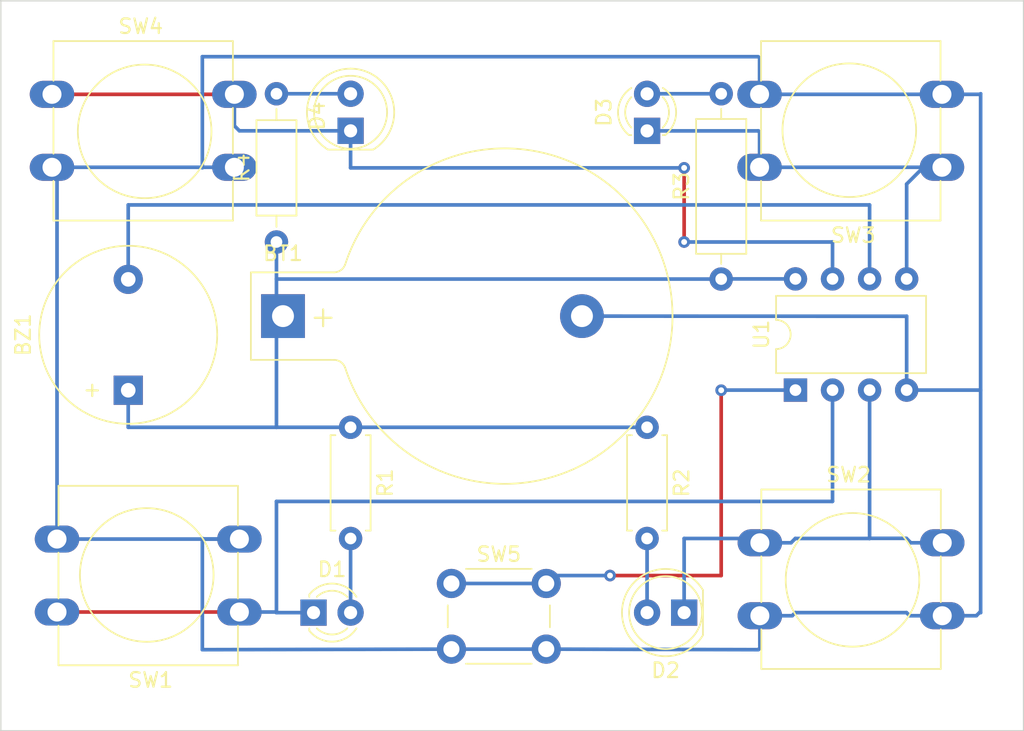
<source format=kicad_pcb>
(kicad_pcb (version 20211014) (generator pcbnew)
  (layers (0 "F.Cu" signal) (31 "B.Cu" signal) (34 "B.Paste" user) (35 "F.Paste" user) (36 "B.SilkS" user "B.Silkscreen") (37 "F.SilkS" user "F.Silkscreen") (38 "B.Mask" user) (39 "F.Mask" user) (44 "Edge.Cuts" user))
  (net 0 "")
  (net 1 "+3V0")
  (net 2 "GND")
  (net 3 "BUZZER")
  (net 4 "PB3")
  (net 5 "Net-(D1-Pad2)")
  (net 6 "PB4")
  (net 7 "Net-(D2-Pad2)")
  (net 8 "PB0")
  (net 9 "Net-(D3-Pad2)")
  (net 10 "PB2")
  (net 11 "Net-(D4-Pad2)")
  (net 12 "Net-(SW5-Pad1)")
  (footprint "LED_THT:LED_D5.0mm" (layer "F.Cu") (at 149.86 109.22 180)
    (fp_text reference "D2" (at 1.27 -3.96) (layer "F.SilkS"))
    (fp_text value "LED")
    (fp_line (start -1.29 -1.545) (end -1.29 1.545) (layer "F.SilkS") (width 0.12))
    (fp_arc (start 4.26 -0.000462) (mid 2.072002 2.880433) (end -1.29 1.54483) (layer "F.SilkS") (width 0.12))
    (fp_arc (start -1.29 -1.54483) (mid 2.072002 -2.880433) (end 4.26 0.000462) (layer "F.SilkS") (width 0.12))
    (fp_circle (center 1.27 0) (end 3.77 0) (layer "F.SilkS") (width 0.12) (fill none))
    (pad "1" thru_hole rect (at 0 0 180) (size 1.8 1.8) (drill 0.9) (layers *.Cu *.Mask) (net 6 "PB4"))
    (pad "2" thru_hole circle (at 2.54 0 180) (size 1.8 1.8) (drill 0.9) (layers *.Cu *.Mask) (net 7 "Net-(D2-Pad2)"))
  )
  (footprint "LED_THT:LED_D5.0mm" (layer "F.Cu") (at 127 76.2 90)
    (fp_text reference "D4" (at 1.016 -2.286 270) (layer "F.SilkS"))
    (fp_text value "LED")
    (fp_line (start -1.29 -1.545) (end -1.29 1.545) (layer "F.SilkS") (width 0.12))
    (fp_arc (start 4.26 -0.000462) (mid 2.072002 2.880433) (end -1.29 1.54483) (layer "F.SilkS") (width 0.12))
    (fp_arc (start -1.29 -1.54483) (mid 2.072002 -2.880433) (end 4.26 0.000462) (layer "F.SilkS") (width 0.12))
    (fp_circle (center 1.27 0) (end 3.77 0) (layer "F.SilkS") (width 0.12) (fill none))
    (pad "1" thru_hole rect (at 0 0 90) (size 1.8 1.8) (drill 0.9) (layers *.Cu *.Mask) (net 10 "PB2"))
    (pad "2" thru_hole circle (at 2.54 0 90) (size 1.8 1.8) (drill 0.9) (layers *.Cu *.Mask) (net 11 "Net-(D4-Pad2)"))
  )
  (footprint "Button_Switch_THT:SW_PUSH-12mm" (layer "F.Cu") (at 167.53 78.7 180)
    (fp_text reference "SW3" (at 6.08 -4.66) (layer "F.SilkS"))
    (fp_text value "SW_Push")
    (fp_line (start 0.1 4.07) (end 0.1 0.93) (layer "F.SilkS") (width 0.12))
    (fp_line (start 12.4 0.93) (end 12.4 4.07) (layer "F.SilkS") (width 0.12))
    (fp_line (start 0.1 8.65) (end 0.1 5.93) (layer "F.SilkS") (width 0.12))
    (fp_line (start 0.1 -3.65) (end 12.4 -3.65) (layer "F.SilkS") (width 0.12))
    (fp_line (start 0.1 -0.93) (end 0.1 -3.65) (layer "F.SilkS") (width 0.12))
    (fp_line (start 12.4 8.65) (end 0.1 8.65) (layer "F.SilkS") (width 0.12))
    (fp_line (start 12.4 -3.65) (end 12.4 -0.93) (layer "F.SilkS") (width 0.12))
    (fp_line (start 12.4 5.93) (end 12.4 8.65) (layer "F.SilkS") (width 0.12))
    (fp_circle (center 6.35 2.54) (end 10.16 5.08) (layer "F.SilkS") (width 0.12) (fill none))
    (pad "1" thru_hole oval (at 0 0 180) (size 3.048 1.85) (drill 1.3) (layers *.Cu *.Mask) (net 8 "PB0"))
    (pad "1" thru_hole oval (at 12.5 0 180) (size 3.048 1.85) (drill 1.3) (layers *.Cu *.Mask) (net 8 "PB0"))
    (pad "2" thru_hole oval (at 0 5 180) (size 3.048 1.85) (drill 1.3) (layers *.Cu *.Mask) (net 2 "GND"))
    (pad "2" thru_hole oval (at 12.5 5 180) (size 3.048 1.85) (drill 1.3) (layers *.Cu *.Mask) (net 2 "GND"))
  )
  (footprint "Resistor_THT:R_Axial_DIN0207_L6.3mm_D2.5mm_P7.62mm_Horizontal" (layer "F.Cu") (at 147.32 96.52 -90)
    (fp_text reference "R2" (at 3.81 -2.37 90) (layer "F.SilkS"))
    (fp_text value "2K")
    (fp_line (start 7.08 1.37) (end 7.08 1.04) (layer "F.SilkS") (width 0.12))
    (fp_line (start 7.08 -1.37) (end 7.08 -1.04) (layer "F.SilkS") (width 0.12))
    (fp_line (start 0.54 1.37) (end 7.08 1.37) (layer "F.SilkS") (width 0.12))
    (fp_line (start 0.54 -1.37) (end 7.08 -1.37) (layer "F.SilkS") (width 0.12))
    (fp_line (start 0.54 -1.04) (end 0.54 -1.37) (layer "F.SilkS") (width 0.12))
    (fp_line (start 0.54 1.04) (end 0.54 1.37) (layer "F.SilkS") (width 0.12))
    (pad "1" thru_hole circle (at 0 0 270) (size 1.6 1.6) (drill 0.8) (layers *.Cu *.Mask) (net 1 "+3V0"))
    (pad "2" thru_hole oval (at 7.62 0 270) (size 1.6 1.6) (drill 0.8) (layers *.Cu *.Mask) (net 7 "Net-(D2-Pad2)"))
  )
  (footprint "Buzzer_Beeper:Buzzer_12x9.5RM7.6" (layer "F.Cu") (at 111.76 93.98 90)
    (fp_text reference "BZ1" (at 3.8 -7.2 90) (layer "F.SilkS"))
    (fp_text value "Buzzer")
    (fp_text user "+" (at -0.01 -2.54 90) (layer "F.SilkS"))
    (fp_circle (center 3.8 0) (end 9.9 0) (layer "F.SilkS") (width 0.12) (fill none))
    (pad "1" thru_hole rect (at 0 0 90) (size 2 2) (drill 1) (layers *.Cu *.Mask) (net 1 "+3V0"))
    (pad "2" thru_hole circle (at 7.6 0 90) (size 2 2) (drill 1) (layers *.Cu *.Mask) (net 3 "BUZZER"))
  )
  (footprint "Battery:BatteryHolder_Keystone_103_1x20mm" (layer "F.Cu") (at 122.367584 88.9)
    (fp_text reference "BT1" (at 0 -4.3) (layer "F.SilkS"))
    (fp_text value "Battery_Cell")
    (fp_text user "+" (at 2.75 0) (layer "F.SilkS") (effects (font (size 1.5 1.5))))
    (fp_line (start -2.2 3) (end -2.2 -3) (layer "F.SilkS") (width 0.12))
    (fp_line (start -2.2 -3) (end 3.5 -3) (layer "F.SilkS") (width 0.12))
    (fp_line (start -2.2 3) (end 3.5 3) (layer "F.SilkS") (width 0.12))
    (fp_arc (start 3.5 3) (mid 3.958861 3.144678) (end 4.251754 3.526384) (layer "F.SilkS") (width 0.12))
    (fp_arc (start 4.25 -3.5) (mid 16.993514 -11.35499) (end 26.695671 0.045281) (layer "F.SilkS") (width 0.12))
    (fp_arc (start 4.251754 -3.526384) (mid 3.958861 -3.144678) (end 3.5 -3) (layer "F.SilkS") (width 0.12))
    (fp_arc (start 26.695671 -0.045281) (mid 16.993514 11.35499) (end 4.25 3.5) (layer "F.SilkS") (width 0.12))
    (pad "1" thru_hole rect (at 0 0) (size 3 3) (drill 1.5) (layers *.Cu *.Mask) (net 1 "+3V0"))
    (pad "2" thru_hole circle (at 20.49 0) (size 3 3) (drill 1.5) (layers *.Cu *.Mask) (net 2 "GND"))
  )
  (footprint "Button_Switch_THT:SW_PUSH-12mm" (layer "F.Cu") (at 119.38 109.18 180)
    (fp_text reference "SW1" (at 6.08 -4.66) (layer "F.SilkS"))
    (fp_text value "SW_Push")
    (fp_line (start 12.4 8.65) (end 0.1 8.65) (layer "F.SilkS") (width 0.12))
    (fp_line (start 0.1 -3.65) (end 12.4 -3.65) (layer "F.SilkS") (width 0.12))
    (fp_line (start 12.4 5.93) (end 12.4 8.65) (layer "F.SilkS") (width 0.12))
    (fp_line (start 12.4 0.93) (end 12.4 4.07) (layer "F.SilkS") (width 0.12))
    (fp_line (start 0.1 -0.93) (end 0.1 -3.65) (layer "F.SilkS") (width 0.12))
    (fp_line (start 0.1 4.07) (end 0.1 0.93) (layer "F.SilkS") (width 0.12))
    (fp_line (start 0.1 8.65) (end 0.1 5.93) (layer "F.SilkS") (width 0.12))
    (fp_line (start 12.4 -3.65) (end 12.4 -0.93) (layer "F.SilkS") (width 0.12))
    (fp_circle (center 6.35 2.54) (end 10.16 5.08) (layer "F.SilkS") (width 0.12) (fill none))
    (pad "1" thru_hole oval (at 12.5 0 180) (size 3.048 1.85) (drill 1.3) (layers *.Cu *.Mask) (net 4 "PB3"))
    (pad "1" thru_hole oval (at 0 0 180) (size 3.048 1.85) (drill 1.3) (layers *.Cu *.Mask) (net 4 "PB3"))
    (pad "2" thru_hole oval (at 0 5 180) (size 3.048 1.85) (drill 1.3) (layers *.Cu *.Mask) (net 2 "GND"))
    (pad "2" thru_hole oval (at 12.5 5 180) (size 3.048 1.85) (drill 1.3) (layers *.Cu *.Mask) (net 2 "GND"))
  )
  (footprint "Package_DIP:DIP-8_W7.62mm" (layer "F.Cu") (at 157.49 93.97 90)
    (fp_text reference "U1" (at 3.81 -2.33 90) (layer "F.SilkS"))
    (fp_text value "ATtiny13A-P")
    (fp_line (start 2.81 -1.33) (end 1.16 -1.33) (layer "F.SilkS") (width 0.12))
    (fp_line (start 1.16 -1.33) (end 1.16 8.95) (layer "F.SilkS") (width 0.12))
    (fp_line (start 6.46 8.95) (end 6.46 -1.33) (layer "F.SilkS") (width 0.12))
    (fp_line (start 1.16 8.95) (end 6.46 8.95) (layer "F.SilkS") (width 0.12))
    (fp_line (start 6.46 -1.33) (end 4.81 -1.33) (layer "F.SilkS") (width 0.12))
    (fp_arc (start 4.81 -1.33) (mid 3.81 -0.33) (end 2.81 -1.33) (layer "F.SilkS") (width 0.12))
    (pad "1" thru_hole rect (at 0 0 90) (size 1.6 1.6) (drill 0.8) (layers *.Cu *.Mask) (net 12 "Net-(SW5-Pad1)"))
    (pad "2" thru_hole oval (at 0 2.54 90) (size 1.6 1.6) (drill 0.8) (layers *.Cu *.Mask) (net 4 "PB3"))
    (pad "3" thru_hole oval (at 0 5.08 90) (size 1.6 1.6) (drill 0.8) (layers *.Cu *.Mask) (net 6 "PB4"))
    (pad "4" thru_hole oval (at 0 7.62 90) (size 1.6 1.6) (drill 0.8) (layers *.Cu *.Mask) (net 2 "GND"))
    (pad "5" thru_hole oval (at 7.62 7.62 90) (size 1.6 1.6) (drill 0.8) (layers *.Cu *.Mask) (net 8 "PB0"))
    (pad "6" thru_hole oval (at 7.62 5.08 90) (size 1.6 1.6) (drill 0.8) (layers *.Cu *.Mask) (net 3 "BUZZER"))
    (pad "7" thru_hole oval (at 7.62 2.54 90) (size 1.6 1.6) (drill 0.8) (layers *.Cu *.Mask) (net 10 "PB2"))
    (pad "8" thru_hole oval (at 7.62 0 90) (size 1.6 1.6) (drill 0.8) (layers *.Cu *.Mask) (net 1 "+3V0"))
  )
  (footprint "Button_Switch_THT:SW_PUSH_6mm" (layer "F.Cu") (at 133.91 107.224)
    (fp_text reference "SW5" (at 3.25 -2) (layer "F.SilkS"))
    (fp_text value "SW_Push")
    (fp_line (start 6.75 3) (end 6.75 1.5) (layer "F.SilkS") (width 0.12))
    (fp_line (start 1 5.5) (end 5.5 5.5) (layer "F.SilkS") (width 0.12))
    (fp_line (start -0.25 1.5) (end -0.25 3) (layer "F.SilkS") (width 0.12))
    (fp_line (start 5.5 -1) (end 1 -1) (layer "F.SilkS") (width 0.12))
    (pad "1" thru_hole circle (at 0 0 90) (size 2 2) (drill 1.1) (layers *.Cu *.Mask) (net 12 "Net-(SW5-Pad1)"))
    (pad "1" thru_hole circle (at 6.5 0 90) (size 2 2) (drill 1.1) (layers *.Cu *.Mask) (net 12 "Net-(SW5-Pad1)"))
    (pad "2" thru_hole circle (at 6.5 4.5 90) (size 2 2) (drill 1.1) (layers *.Cu *.Mask) (net 2 "GND"))
    (pad "2" thru_hole circle (at 0 4.5 90) (size 2 2) (drill 1.1) (layers *.Cu *.Mask) (net 2 "GND"))
  )
  (footprint "Button_Switch_THT:SW_PUSH-12mm" (layer "F.Cu") (at 155.05 104.434)
    (fp_text reference "SW2" (at 6.08 -4.66) (layer "F.SilkS"))
    (fp_text value "SW_Push")
    (fp_line (start 12.4 0.93) (end 12.4 4.07) (layer "F.SilkS") (width 0.12))
    (fp_line (start 0.1 -3.65) (end 12.4 -3.65) (layer "F.SilkS") (width 0.12))
    (fp_line (start 12.4 8.65) (end 0.1 8.65) (layer "F.SilkS") (width 0.12))
    (fp_line (start 0.1 8.65) (end 0.1 5.93) (layer "F.SilkS") (width 0.12))
    (fp_line (start 0.1 4.07) (end 0.1 0.93) (layer "F.SilkS") (width 0.12))
    (fp_line (start 0.1 -0.93) (end 0.1 -3.65) (layer "F.SilkS") (width 0.12))
    (fp_line (start 12.4 5.93) (end 12.4 8.65) (layer "F.SilkS") (width 0.12))
    (fp_line (start 12.4 -3.65) (end 12.4 -0.93) (layer "F.SilkS") (width 0.12))
    (fp_circle (center 6.35 2.54) (end 10.16 5.08) (layer "F.SilkS") (width 0.12) (fill none))
    (pad "1" thru_hole oval (at 0 0) (size 3.048 1.85) (drill 1.3) (layers *.Cu *.Mask) (net 6 "PB4"))
    (pad "1" thru_hole oval (at 12.5 0) (size 3.048 1.85) (drill 1.3) (layers *.Cu *.Mask) (net 6 "PB4"))
    (pad "2" thru_hole oval (at 12.5 5) (size 3.048 1.85) (drill 1.3) (layers *.Cu *.Mask) (net 2 "GND"))
    (pad "2" thru_hole oval (at 0 5) (size 3.048 1.85) (drill 1.3) (layers *.Cu *.Mask) (net 2 "GND"))
  )
  (footprint "Button_Switch_THT:SW_PUSH-12mm" (layer "F.Cu") (at 106.536 73.7)
    (fp_text reference "SW4" (at 6.08 -4.66) (layer "F.SilkS"))
    (fp_text value "SW_Push")
    (fp_line (start 12.4 -3.65) (end 12.4 -0.93) (layer "F.SilkS") (width 0.12))
    (fp_line (start 0.1 8.65) (end 0.1 5.93) (layer "F.SilkS") (width 0.12))
    (fp_line (start 0.1 -3.65) (end 12.4 -3.65) (layer "F.SilkS") (width 0.12))
    (fp_line (start 0.1 4.07) (end 0.1 0.93) (layer "F.SilkS") (width 0.12))
    (fp_line (start 12.4 8.65) (end 0.1 8.65) (layer "F.SilkS") (width 0.12))
    (fp_line (start 0.1 -0.93) (end 0.1 -3.65) (layer "F.SilkS") (width 0.12))
    (fp_line (start 12.4 0.93) (end 12.4 4.07) (layer "F.SilkS") (width 0.12))
    (fp_line (start 12.4 5.93) (end 12.4 8.65) (layer "F.SilkS") (width 0.12))
    (fp_circle (center 6.35 2.54) (end 10.16 5.08) (layer "F.SilkS") (width 0.12) (fill none))
    (pad "1" thru_hole oval (at 0 0) (size 3.048 1.85) (drill 1.3) (layers *.Cu *.Mask) (net 10 "PB2"))
    (pad "1" thru_hole oval (at 12.5 0) (size 3.048 1.85) (drill 1.3) (layers *.Cu *.Mask) (net 10 "PB2"))
    (pad "2" thru_hole oval (at 12.5 5) (size 3.048 1.85) (drill 1.3) (layers *.Cu *.Mask) (net 2 "GND"))
    (pad "2" thru_hole oval (at 0 5) (size 3.048 1.85) (drill 1.3) (layers *.Cu *.Mask) (net 2 "GND"))
  )
  (footprint "LED_THT:LED_D3.0mm" (layer "F.Cu") (at 124.46 109.22)
    (fp_text reference "D1" (at 1.27 -2.96) (layer "F.SilkS"))
    (fp_text value "LED")
    (fp_line (start -0.29 -1.236) (end -0.29 -1.08) (layer "F.SilkS") (width 0.12))
    (fp_line (start -0.29 1.08) (end -0.29 1.236) (layer "F.SilkS") (width 0.12))
    (fp_arc (start -0.29 -1.235516) (mid 1.366487 -1.987659) (end 2.942335 -1.078608) (layer "F.SilkS") (width 0.12))
    (fp_arc (start 0.229039 -1.08) (mid 1.270117 -1.5) (end 2.31113 -1.079837) (layer "F.SilkS") (width 0.12))
    (fp_arc (start 2.942335 1.078608) (mid 1.366487 1.987659) (end -0.29 1.235516) (layer "F.SilkS") (width 0.12))
    (fp_arc (start 2.31113 1.079837) (mid 1.270117 1.5) (end 0.229039 1.08) (layer "F.SilkS") (width 0.12))
    (pad "1" thru_hole rect (at 0 0) (size 1.8 1.8) (drill 0.9) (layers *.Cu *.Mask) (net 4 "PB3"))
    (pad "2" thru_hole circle (at 2.54 0) (size 1.8 1.8) (drill 0.9) (layers *.Cu *.Mask) (net 5 "Net-(D1-Pad2)"))
  )
  (footprint "LED_THT:LED_D3.0mm" (layer "F.Cu") (at 147.32 76.205 90)
    (fp_text reference "D3" (at 1.27 -2.96 90) (layer "F.SilkS"))
    (fp_text value "LED")
    (fp_line (start -0.29 1.08) (end -0.29 1.236) (layer "F.SilkS") (width 0.12))
    (fp_line (start -0.29 -1.236) (end -0.29 -1.08) (layer "F.SilkS") (width 0.12))
    (fp_arc (start 0.229039 -1.08) (mid 1.270117 -1.5) (end 2.31113 -1.079837) (layer "F.SilkS") (width 0.12))
    (fp_arc (start 2.31113 1.079837) (mid 1.270117 1.5) (end 0.229039 1.08) (layer "F.SilkS") (width 0.12))
    (fp_arc (start 2.942335 1.078608) (mid 1.366487 1.987659) (end -0.29 1.235516) (layer "F.SilkS") (width 0.12))
    (fp_arc (start -0.29 -1.235516) (mid 1.366487 -1.987659) (end 2.942335 -1.078608) (layer "F.SilkS") (width 0.12))
    (pad "1" thru_hole rect (at 0 0 90) (size 1.8 1.8) (drill 0.9) (layers *.Cu *.Mask) (net 8 "PB0"))
    (pad "2" thru_hole circle (at 2.54 0 90) (size 1.8 1.8) (drill 0.9) (layers *.Cu *.Mask) (net 9 "Net-(D3-Pad2)"))
  )
  (footprint "Resistor_THT:R_Axial_DIN0309_L9.0mm_D3.2mm_P12.70mm_Horizontal" (layer "F.Cu") (at 152.4 86.36 90)
    (fp_text reference "R3" (at 6.35 -2.72 90) (layer "F.SilkS"))
    (fp_text value "330")
    (fp_line (start 1.04 0) (end 1.73 0) (layer "F.SilkS") (width 0.12))
    (fp_line (start 1.73 1.72) (end 10.97 1.72) (layer "F.SilkS") (width 0.12))
    (fp_line (start 1.73 -1.72) (end 1.73 1.72) (layer "F.SilkS") (width 0.12))
    (fp_line (start 10.97 1.72) (end 10.97 -1.72) (layer "F.SilkS") (width 0.12))
    (fp_line (start 10.97 -1.72) (end 1.73 -1.72) (layer "F.SilkS") (width 0.12))
    (fp_line (start 11.66 0) (end 10.97 0) (layer "F.SilkS") (width 0.12))
    (pad "1" thru_hole circle (at 0 0 90) (size 1.6 1.6) (drill 0.8) (layers *.Cu *.Mask) (net 1 "+3V0"))
    (pad "2" thru_hole oval (at 12.7 0 90) (size 1.6 1.6) (drill 0.8) (layers *.Cu *.Mask) (net 9 "Net-(D3-Pad2)"))
  )
  (footprint "Resistor_THT:R_Axial_DIN0207_L6.3mm_D2.5mm_P10.16mm_Horizontal" (layer "F.Cu") (at 121.92 83.82 90)
    (fp_text reference "R4" (at 5.08 -2.37 90) (layer "F.SilkS"))
    (fp_text value "220")
    (fp_line (start 1.81 1.37) (end 8.35 1.37) (layer "F.SilkS") (width 0.12))
    (fp_line (start 8.35 -1.37) (end 1.81 -1.37) (layer "F.SilkS") (width 0.12))
    (fp_line (start 8.35 1.37) (end 8.35 -1.37) (layer "F.SilkS") (width 0.12))
    (fp_line (start 1.04 0) (end 1.81 0) (layer "F.SilkS") (width 0.12))
    (fp_line (start 1.81 -1.37) (end 1.81 1.37) (layer "F.SilkS") (width 0.12))
    (fp_line (start 9.12 0) (end 8.35 0) (layer "F.SilkS") (width 0.12))
    (pad "1" thru_hole circle (at 0 0 90) (size 1.6 1.6) (drill 0.8) (layers *.Cu *.Mask) (net 1 "+3V0"))
    (pad "2" thru_hole oval (at 10.16 0 90) (size 1.6 1.6) (drill 0.8) (layers *.Cu *.Mask) (net 11 "Net-(D4-Pad2)"))
  )
  (footprint "Resistor_THT:R_Axial_DIN0207_L6.3mm_D2.5mm_P7.62mm_Horizontal" (layer "F.Cu") (at 127 96.52 -90)
    (fp_text reference "R1" (at 3.81 -2.37 90) (layer "F.SilkS"))
    (fp_text value "680")
    (fp_line (start 7.08 1.37) (end 7.08 1.04) (layer "F.SilkS") (width 0.12))
    (fp_line (start 0.54 -1.04) (end 0.54 -1.37) (layer "F.SilkS") (width 0.12))
    (fp_line (start 0.54 1.37) (end 7.08 1.37) (layer "F.SilkS") (width 0.12))
    (fp_line (start 7.08 -1.37) (end 7.08 -1.04) (layer "F.SilkS") (width 0.12))
    (fp_line (start 0.54 1.04) (end 0.54 1.37) (layer "F.SilkS") (width 0.12))
    (fp_line (start 0.54 -1.37) (end 7.08 -1.37) (layer "F.SilkS") (width 0.12))
    (pad "1" thru_hole circle (at 0 0 270) (size 1.6 1.6) (drill 0.8) (layers *.Cu *.Mask) (net 1 "+3V0"))
    (pad "2" thru_hole oval (at 7.62 0 270) (size 1.6 1.6) (drill 0.8) (layers *.Cu *.Mask) (net 5 "Net-(D1-Pad2)"))
  )
  (gr_rect (start 103.0224 67.2846) (end 173.1264 117.3226) (layer "Edge.Cuts") (width 0.1) (fill none))
  (segment (start 121.92 88.9) (end 121.92 96.52) (width 0.25) (layer "B.Cu") (net 1))
  (segment (start 111.76 96.52) (end 121.92 96.52) (width 0.25) (layer "B.Cu") (net 1))
  (segment (start 152.4 86.36) (end 121.92 86.36) (width 0.25) (layer "B.Cu") (net 1))
  (segment (start 127 96.52) (end 121.92 96.52) (width 0.25) (layer "B.Cu") (net 1))
  (segment (start 147.32 96.52) (end 127 96.52) (width 0.25) (layer "B.Cu") (net 1))
  (segment (start 152.41 86.35) (end 152.4 86.36) (width 0.25) (layer "B.Cu") (net 1))
  (segment (start 111.76 93.98) (end 111.76 96.52) (width 0.25) (layer "B.Cu") (net 1))
  (segment (start 157.49 86.35) (end 152.41 86.35) (width 0.25) (layer "B.Cu") (net 1))
  (segment (start 121.92 88.9) (end 121.92 83.82) (width 0.25) (layer "B.Cu") (net 1))
  (segment (start 133.91 111.724) (end 140.41 111.724) (width 0.25) (layer "B.Cu") (net 2))
  (segment (start 154.94 111.76) (end 140.41 111.724) (width 0.25) (layer "B.Cu") (net 2))
  (segment (start 116.84 71.12) (end 154.94 71.12) (width 0.25) (layer "B.Cu") (net 2))
  (segment (start 106.88 104.18) (end 119.38 104.18) (width 0.25) (layer "B.Cu") (net 2))
  (segment (start 155.03 73.7) (end 155.03 71.21) (width 0.25) (layer "B.Cu") (net 2))
  (segment (start 116.84 111.76) (end 133.91 111.724) (width 0.25) (layer "B.Cu") (net 2))
  (segment (start 166.26 73.7) (end 170.14 73.7) (width 0.25) (layer "B.Cu") (net 2))
  (segment (start 142.24 88.9) (end 165.11 88.91) (width 0.25) (layer "B.Cu") (net 2))
  (segment (start 119.38 104.18) (end 116.88 104.18) (width 0.25) (layer "B.Cu") (net 2))
  (segment (start 116.88 104.18) (end 116.84 104.14) (width 0.25) (layer "B.Cu") (net 2))
  (segment (start 170.14 73.7) (end 170.18 73.66) (width 0.25) (layer "B.Cu") (net 2))
  (segment (start 155.05 109.434) (end 155.05 111.65) (width 0.25) (layer "B.Cu") (net 2))
  (segment (start 155.05 109.434) (end 157.266 109.434) (width 0.25) (layer "B.Cu") (net 2))
  (segment (start 157.48 109.22) (end 165.1 109.22) (width 0.25) (layer "B.Cu") (net 2))
  (segment (start 155.03 73.7) (end 167.53 73.7) (width 0.25) (layer "B.Cu") (net 2))
  (segment (start 116.84 78.74) (end 116.84 71.12) (width 0.25) (layer "B.Cu") (net 2))
  (segment (start 106.88 79.044) (end 106.536 78.7) (width 0.25) (layer "B.Cu") (net 2))
  (segment (start 170.18 93.98) (end 170.18 109.22) (width 0.25) (layer "B.Cu") (net 2))
  (segment (start 169.886 109.434) (end 170.14 109.18) (width 0.25) (layer "B.Cu") (net 2))
  (segment (start 165.11 88.9) (end 165.11 93.97) (width 0.25) (layer "B.Cu") (net 2))
  (segment (start 165.1 109.22) (end 165.314 109.434) (width 0.25) (layer "B.Cu") (net 2))
  (segment (start 165.11 93.97) (end 170.17 93.97) (width 0.25) (layer "B.Cu") (net 2))
  (segment (start 119.036 78.7) (end 106.536 78.7) (width 0.25) (layer "B.Cu") (net 2))
  (segment (start 155.05 111.65) (end 154.94 111.76) (width 0.25) (layer "B.Cu") (net 2))
  (segment (start 170.18 109.22) (end 170.14 109.18) (width 0.25) (layer "B.Cu") (net 2))
  (segment (start 165.314 109.434) (end 167.55 109.434) (width 0.25) (layer "B.Cu") (net 2))
  (segment (start 116.84 104.14) (end 116.84 111.76) (width 0.25) (layer "B.Cu") (net 2))
  (segment (start 170.18 73.66) (end 170.18 93.98) (width 0.25) (layer "B.Cu") (net 2))
  (segment (start 157.266 109.434) (end 157.48 109.22) (width 0.25) (layer "B.Cu") (net 2))
  (segment (start 170.17 93.97) (end 170.18 93.98) (width 0.25) (layer "B.Cu") (net 2))
  (segment (start 106.88 104.18) (end 106.88 79.044) (width 0.25) (layer "B.Cu") (net 2))
  (segment (start 167.55 109.434) (end 169.886 109.434) (width 0.25) (layer "B.Cu") (net 2))
  (segment (start 162.57 86.35) (end 162.57 81.29) (width 0.25) (layer "B.Cu") (net 3))
  (segment (start 162.56 81.28) (end 111.76 81.28) (width 0.25) (layer "B.Cu") (net 3))
  (segment (start 162.57 81.29) (end 162.56 81.28) (width 0.25) (layer "B.Cu") (net 3))
  (segment (start 111.76 81.28) (end 111.76 86.38) (width 0.25) (layer "B.Cu") (net 3))
  (segment (start 119.38 109.18) (end 106.88 109.18) (width 0.25) (layer "F.Cu") (net 4))
  (segment (start 124.46 109.22) (end 121.92 109.22) (width 0.25) (layer "B.Cu") (net 4))
  (segment (start 121.92 101.6) (end 160.02 101.6) (width 0.25) (layer "B.Cu") (net 4))
  (segment (start 119.38 109.18) (end 121.88 109.18) (width 0.25) (layer "B.Cu") (net 4))
  (segment (start 160.02 101.6) (end 160.03 101.59) (width 0.25) (layer "B.Cu") (net 4))
  (segment (start 121.92 109.22) (end 121.92 101.6) (width 0.25) (layer "B.Cu") (net 4))
  (segment (start 160.03 101.59) (end 160.03 93.97) (width 0.25) (layer "B.Cu") (net 4))
  (segment (start 121.88 109.18) (end 121.92 109.22) (width 0.25) (layer "B.Cu") (net 4))
  (segment (start 127 109.22) (end 127 104.14) (width 0.25) (layer "B.Cu") (net 5))
  (segment (start 162.57 93.97) (end 162.57 104.13) (width 0.25) (layer "B.Cu") (net 6))
  (segment (start 167.55 104.434) (end 165.394 104.434) (width 0.25) (layer "B.Cu") (net 6))
  (segment (start 155.05 104.434) (end 157.186 104.434) (width 0.25) (layer "B.Cu") (net 6))
  (segment (start 157.186 104.434) (end 157.48 104.14) (width 0.25) (layer "B.Cu") (net 6))
  (segment (start 162.57 104.13) (end 162.56 104.14) (width 0.25) (layer "B.Cu") (net 6))
  (segment (start 165.394 104.434) (end 165.09 104.13) (width 0.25) (layer "B.Cu") (net 6))
  (segment (start 149.86 109.22) (end 149.86 104.14) (width 0.25) (layer "B.Cu") (net 6))
  (segment (start 154.756 104.14) (end 155.05 104.434) (width 0.25) (layer "B.Cu") (net 6))
  (segment (start 149.86 104.14) (end 154.756 104.14) (width 0.25) (layer "B.Cu") (net 6))
  (segment (start 157.48 104.14) (end 162.56 104.14) (width 0.25) (layer "B.Cu") (net 6))
  (segment (start 165.09 104.13) (end 162.57 104.13) (width 0.25) (layer "B.Cu") (net 6))
  (segment (start 147.32 104.14) (end 147.32 109.22) (width 0.25) (layer "B.Cu") (net 7))
  (segment (start 155.03 78.7) (end 167.53 78.7) (width 0.25) (layer "B.Cu") (net 8))
  (segment (start 165.11 86.35) (end 165.11 79.85) (width 0.25) (layer "B.Cu") (net 8))
  (segment (start 165.11 79.85) (end 166.26 78.7) (width 0.25) (layer "B.Cu") (net 8))
  (segment (start 154.94 76.2) (end 155.03 76.29) (width 0.25) (layer "B.Cu") (net 8))
  (segment (start 147.32 76.205) (end 154.935 76.205) (width 0.25) (layer "B.Cu") (net 8))
  (segment (start 155.03 76.29) (end 155.03 78.7) (width 0.25) (layer "B.Cu") (net 8))
  (segment (start 154.935 76.205) (end 154.94 76.2) (width 0.25) (layer "B.Cu") (net 8))
  (segment (start 152.4 73.66) (end 147.325 73.66) (width 0.25) (layer "B.Cu") (net 9))
  (segment (start 147.325 73.66) (end 147.32 73.665) (width 0.25) (layer "B.Cu") (net 9))
  (segment (start 149.86 78.74) (end 149.86 83.82) (width 0.25) (layer "F.Cu") (net 10))
  (segment (start 119.036 73.7) (end 106.536 73.7) (width 0.25) (layer "F.Cu") (net 10))
  (via (at 149.86 83.82) (size 0.8) (drill 0.4) (layers "F.Cu" "B.Cu") (net 10))
  (via (at 149.86 78.74) (size 0.8) (drill 0.4) (layers "F.Cu" "B.Cu") (net 10))
  (segment (start 160.03 83.83) (end 160.03 86.35) (width 0.25) (layer "B.Cu") (net 10))
  (segment (start 127 78.74) (end 149.86 78.74) (width 0.25) (layer "B.Cu") (net 10))
  (segment (start 119.036 73.7) (end 119.036 75.856) (width 0.25) (layer "B.Cu") (net 10))
  (segment (start 127 76.2) (end 127 78.74) (width 0.25) (layer "B.Cu") (net 10))
  (segment (start 160.02 83.82) (end 160.03 83.83) (width 0.25) (layer "B.Cu") (net 10))
  (segment (start 119.38 76.2) (end 127 76.2) (width 0.25) (layer "B.Cu") (net 10))
  (segment (start 119.036 75.856) (end 119.38 76.2) (width 0.25) (layer "B.Cu") (net 10))
  (segment (start 149.86 83.82) (end 160.02 83.82) (width 0.25) (layer "B.Cu") (net 10))
  (segment (start 121.92 73.66) (end 127 73.66) (width 0.25) (layer "B.Cu") (net 11))
  (segment (start 152.4 106.68) (end 152.4 93.98) (width 0.25) (layer "F.Cu") (net 12))
  (segment (start 144.78 106.68) (end 152.4 106.68) (width 0.25) (layer "F.Cu") (net 12))
  (via (at 152.4 93.98) (size 0.8) (drill 0.4) (layers "F.Cu" "B.Cu") (net 12))
  (via (at 144.78 106.68) (size 0.8) (drill 0.4) (layers "F.Cu" "B.Cu") (net 12))
  (segment (start 144.78 106.68) (end 140.954 106.68) (width 0.25) (layer "B.Cu") (net 12))
  (segment (start 140.954 106.68) (end 140.41 107.224) (width 0.25) (layer "B.Cu") (net 12))
  (segment (start 157.49 93.97) (end 152.41 93.97) (width 0.25) (layer "B.Cu") (net 12))
  (segment (start 152.41 93.97) (end 152.4 93.98) (width 0.25) (layer "B.Cu") (net 12))
  (segment (start 133.91 107.224) (end 140.41 107.224) (width 0.25) (layer "B.Cu") (net 12))
)
</source>
